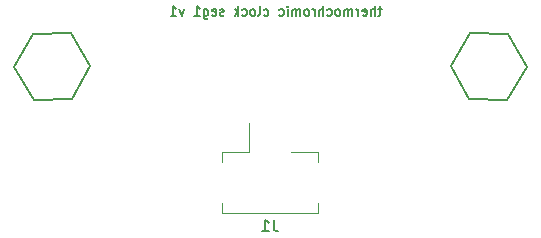
<source format=gbr>
G04 #@! TF.GenerationSoftware,KiCad,Pcbnew,(5.1.5)-3*
G04 #@! TF.CreationDate,2021-10-24T21:58:03+02:00*
G04 #@! TF.ProjectId,seg1,73656731-2e6b-4696-9361-645f70636258,1*
G04 #@! TF.SameCoordinates,Original*
G04 #@! TF.FileFunction,Legend,Bot*
G04 #@! TF.FilePolarity,Positive*
%FSLAX46Y46*%
G04 Gerber Fmt 4.6, Leading zero omitted, Abs format (unit mm)*
G04 Created by KiCad (PCBNEW (5.1.5)-3) date 2021-10-24 21:58:03*
%MOMM*%
%LPD*%
G04 APERTURE LIST*
%ADD10C,0.150000*%
%ADD11C,0.200000*%
%ADD12C,0.120000*%
%ADD13C,0.152400*%
%ADD14C,0.700000*%
G04 APERTURE END LIST*
D10*
X149966828Y-74987171D02*
X149662066Y-74987171D01*
X149852542Y-74720504D02*
X149852542Y-75406219D01*
X149814447Y-75482409D01*
X149738257Y-75520504D01*
X149662066Y-75520504D01*
X149395400Y-75520504D02*
X149395400Y-74720504D01*
X149052542Y-75520504D02*
X149052542Y-75101457D01*
X149090638Y-75025266D01*
X149166828Y-74987171D01*
X149281114Y-74987171D01*
X149357304Y-75025266D01*
X149395400Y-75063361D01*
X148366828Y-75482409D02*
X148443019Y-75520504D01*
X148595400Y-75520504D01*
X148671590Y-75482409D01*
X148709685Y-75406219D01*
X148709685Y-75101457D01*
X148671590Y-75025266D01*
X148595400Y-74987171D01*
X148443019Y-74987171D01*
X148366828Y-75025266D01*
X148328733Y-75101457D01*
X148328733Y-75177647D01*
X148709685Y-75253838D01*
X147985876Y-75520504D02*
X147985876Y-74987171D01*
X147985876Y-75139552D02*
X147947780Y-75063361D01*
X147909685Y-75025266D01*
X147833495Y-74987171D01*
X147757304Y-74987171D01*
X147490638Y-75520504D02*
X147490638Y-74987171D01*
X147490638Y-75063361D02*
X147452542Y-75025266D01*
X147376352Y-74987171D01*
X147262066Y-74987171D01*
X147185876Y-75025266D01*
X147147780Y-75101457D01*
X147147780Y-75520504D01*
X147147780Y-75101457D02*
X147109685Y-75025266D01*
X147033495Y-74987171D01*
X146919209Y-74987171D01*
X146843019Y-75025266D01*
X146804923Y-75101457D01*
X146804923Y-75520504D01*
X146309685Y-75520504D02*
X146385876Y-75482409D01*
X146423971Y-75444314D01*
X146462066Y-75368123D01*
X146462066Y-75139552D01*
X146423971Y-75063361D01*
X146385876Y-75025266D01*
X146309685Y-74987171D01*
X146195400Y-74987171D01*
X146119209Y-75025266D01*
X146081114Y-75063361D01*
X146043019Y-75139552D01*
X146043019Y-75368123D01*
X146081114Y-75444314D01*
X146119209Y-75482409D01*
X146195400Y-75520504D01*
X146309685Y-75520504D01*
X145357304Y-75482409D02*
X145433495Y-75520504D01*
X145585876Y-75520504D01*
X145662066Y-75482409D01*
X145700161Y-75444314D01*
X145738257Y-75368123D01*
X145738257Y-75139552D01*
X145700161Y-75063361D01*
X145662066Y-75025266D01*
X145585876Y-74987171D01*
X145433495Y-74987171D01*
X145357304Y-75025266D01*
X145014447Y-75520504D02*
X145014447Y-74720504D01*
X144671590Y-75520504D02*
X144671590Y-75101457D01*
X144709685Y-75025266D01*
X144785876Y-74987171D01*
X144900161Y-74987171D01*
X144976352Y-75025266D01*
X145014447Y-75063361D01*
X144290638Y-75520504D02*
X144290638Y-74987171D01*
X144290638Y-75139552D02*
X144252542Y-75063361D01*
X144214447Y-75025266D01*
X144138257Y-74987171D01*
X144062066Y-74987171D01*
X143681114Y-75520504D02*
X143757304Y-75482409D01*
X143795400Y-75444314D01*
X143833495Y-75368123D01*
X143833495Y-75139552D01*
X143795400Y-75063361D01*
X143757304Y-75025266D01*
X143681114Y-74987171D01*
X143566828Y-74987171D01*
X143490638Y-75025266D01*
X143452542Y-75063361D01*
X143414447Y-75139552D01*
X143414447Y-75368123D01*
X143452542Y-75444314D01*
X143490638Y-75482409D01*
X143566828Y-75520504D01*
X143681114Y-75520504D01*
X143071590Y-75520504D02*
X143071590Y-74987171D01*
X143071590Y-75063361D02*
X143033495Y-75025266D01*
X142957304Y-74987171D01*
X142843019Y-74987171D01*
X142766828Y-75025266D01*
X142728733Y-75101457D01*
X142728733Y-75520504D01*
X142728733Y-75101457D02*
X142690638Y-75025266D01*
X142614447Y-74987171D01*
X142500161Y-74987171D01*
X142423971Y-75025266D01*
X142385876Y-75101457D01*
X142385876Y-75520504D01*
X142004923Y-75520504D02*
X142004923Y-74987171D01*
X142004923Y-74720504D02*
X142043019Y-74758600D01*
X142004923Y-74796695D01*
X141966828Y-74758600D01*
X142004923Y-74720504D01*
X142004923Y-74796695D01*
X141281114Y-75482409D02*
X141357304Y-75520504D01*
X141509685Y-75520504D01*
X141585876Y-75482409D01*
X141623971Y-75444314D01*
X141662066Y-75368123D01*
X141662066Y-75139552D01*
X141623971Y-75063361D01*
X141585876Y-75025266D01*
X141509685Y-74987171D01*
X141357304Y-74987171D01*
X141281114Y-75025266D01*
X139985876Y-75482409D02*
X140062066Y-75520504D01*
X140214447Y-75520504D01*
X140290638Y-75482409D01*
X140328733Y-75444314D01*
X140366828Y-75368123D01*
X140366828Y-75139552D01*
X140328733Y-75063361D01*
X140290638Y-75025266D01*
X140214447Y-74987171D01*
X140062066Y-74987171D01*
X139985876Y-75025266D01*
X139528733Y-75520504D02*
X139604923Y-75482409D01*
X139643019Y-75406219D01*
X139643019Y-74720504D01*
X139109685Y-75520504D02*
X139185876Y-75482409D01*
X139223971Y-75444314D01*
X139262066Y-75368123D01*
X139262066Y-75139552D01*
X139223971Y-75063361D01*
X139185876Y-75025266D01*
X139109685Y-74987171D01*
X138995400Y-74987171D01*
X138919209Y-75025266D01*
X138881114Y-75063361D01*
X138843019Y-75139552D01*
X138843019Y-75368123D01*
X138881114Y-75444314D01*
X138919209Y-75482409D01*
X138995400Y-75520504D01*
X139109685Y-75520504D01*
X138157304Y-75482409D02*
X138233495Y-75520504D01*
X138385876Y-75520504D01*
X138462066Y-75482409D01*
X138500161Y-75444314D01*
X138538257Y-75368123D01*
X138538257Y-75139552D01*
X138500161Y-75063361D01*
X138462066Y-75025266D01*
X138385876Y-74987171D01*
X138233495Y-74987171D01*
X138157304Y-75025266D01*
X137814447Y-75520504D02*
X137814447Y-74720504D01*
X137738257Y-75215742D02*
X137509685Y-75520504D01*
X137509685Y-74987171D02*
X137814447Y-75291933D01*
X136595400Y-75482409D02*
X136519209Y-75520504D01*
X136366828Y-75520504D01*
X136290638Y-75482409D01*
X136252542Y-75406219D01*
X136252542Y-75368123D01*
X136290638Y-75291933D01*
X136366828Y-75253838D01*
X136481114Y-75253838D01*
X136557304Y-75215742D01*
X136595400Y-75139552D01*
X136595400Y-75101457D01*
X136557304Y-75025266D01*
X136481114Y-74987171D01*
X136366828Y-74987171D01*
X136290638Y-75025266D01*
X135604923Y-75482409D02*
X135681114Y-75520504D01*
X135833495Y-75520504D01*
X135909685Y-75482409D01*
X135947780Y-75406219D01*
X135947780Y-75101457D01*
X135909685Y-75025266D01*
X135833495Y-74987171D01*
X135681114Y-74987171D01*
X135604923Y-75025266D01*
X135566828Y-75101457D01*
X135566828Y-75177647D01*
X135947780Y-75253838D01*
X134881114Y-74987171D02*
X134881114Y-75634790D01*
X134919209Y-75710980D01*
X134957304Y-75749076D01*
X135033495Y-75787171D01*
X135147780Y-75787171D01*
X135223971Y-75749076D01*
X134881114Y-75482409D02*
X134957304Y-75520504D01*
X135109685Y-75520504D01*
X135185876Y-75482409D01*
X135223971Y-75444314D01*
X135262066Y-75368123D01*
X135262066Y-75139552D01*
X135223971Y-75063361D01*
X135185876Y-75025266D01*
X135109685Y-74987171D01*
X134957304Y-74987171D01*
X134881114Y-75025266D01*
X134081114Y-75520504D02*
X134538257Y-75520504D01*
X134309685Y-75520504D02*
X134309685Y-74720504D01*
X134385876Y-74834790D01*
X134462066Y-74910980D01*
X134538257Y-74949076D01*
X133204923Y-74987171D02*
X133014447Y-75520504D01*
X132823971Y-74987171D01*
X132100161Y-75520504D02*
X132557304Y-75520504D01*
X132328733Y-75520504D02*
X132328733Y-74720504D01*
X132404923Y-74834790D01*
X132481114Y-74910980D01*
X132557304Y-74949076D01*
D11*
X118837462Y-79889850D02*
X120490514Y-82668473D01*
X157381157Y-82626200D02*
X155801325Y-79805302D01*
X160614042Y-82668473D02*
X157381157Y-82626200D01*
X162267095Y-79889850D02*
X160614042Y-82668473D01*
X160687262Y-77068952D02*
X162267095Y-79889850D01*
X157454377Y-77026678D02*
X160687262Y-77068952D01*
X155801325Y-79805302D02*
X157454377Y-77026678D01*
X123650179Y-77026678D02*
X120417294Y-77068952D01*
X120417294Y-77068952D02*
X118837462Y-79889850D01*
X125303232Y-79805302D02*
X123650179Y-77026678D01*
X120490514Y-82668473D02*
X123723400Y-82626200D01*
X123723400Y-82626200D02*
X125303232Y-79805302D01*
D12*
X144585000Y-92260000D02*
X144585000Y-91410000D01*
X136415000Y-92260000D02*
X144585000Y-92260000D01*
X136415000Y-91410000D02*
X136415000Y-92260000D01*
X144585000Y-87040000D02*
X142260000Y-87040000D01*
X144585000Y-87890000D02*
X144585000Y-87040000D01*
X138740000Y-87040000D02*
X138740000Y-84650000D01*
X136415000Y-87040000D02*
X138740000Y-87040000D01*
X136415000Y-87890000D02*
X136415000Y-87040000D01*
D10*
X140833333Y-92802380D02*
X140833333Y-93516666D01*
X140880952Y-93659523D01*
X140976190Y-93754761D01*
X141119047Y-93802380D01*
X141214285Y-93802380D01*
X139833333Y-93802380D02*
X140404761Y-93802380D01*
X140119047Y-93802380D02*
X140119047Y-92802380D01*
X140214285Y-92945238D01*
X140309523Y-93040476D01*
X140404761Y-93088095D01*
%LPC*%
D13*
G36*
X144474504Y-88151204D02*
G01*
X144498773Y-88154804D01*
X144522571Y-88160765D01*
X144545671Y-88169030D01*
X144567849Y-88179520D01*
X144588893Y-88192133D01*
X144608598Y-88206747D01*
X144626777Y-88223223D01*
X144643253Y-88241402D01*
X144657867Y-88261107D01*
X144670480Y-88282151D01*
X144680970Y-88304329D01*
X144689235Y-88327429D01*
X144695196Y-88351227D01*
X144698796Y-88375496D01*
X144700000Y-88400000D01*
X144700000Y-90900000D01*
X144698796Y-90924504D01*
X144695196Y-90948773D01*
X144689235Y-90972571D01*
X144680970Y-90995671D01*
X144670480Y-91017849D01*
X144657867Y-91038893D01*
X144643253Y-91058598D01*
X144626777Y-91076777D01*
X144608598Y-91093253D01*
X144588893Y-91107867D01*
X144567849Y-91120480D01*
X144545671Y-91130970D01*
X144522571Y-91139235D01*
X144498773Y-91145196D01*
X144474504Y-91148796D01*
X144450000Y-91150000D01*
X143350000Y-91150000D01*
X143325496Y-91148796D01*
X143301227Y-91145196D01*
X143277429Y-91139235D01*
X143254329Y-91130970D01*
X143232151Y-91120480D01*
X143211107Y-91107867D01*
X143191402Y-91093253D01*
X143173223Y-91076777D01*
X143156747Y-91058598D01*
X143142133Y-91038893D01*
X143129520Y-91017849D01*
X143119030Y-90995671D01*
X143110765Y-90972571D01*
X143104804Y-90948773D01*
X143101204Y-90924504D01*
X143100000Y-90900000D01*
X143100000Y-88400000D01*
X143101204Y-88375496D01*
X143104804Y-88351227D01*
X143110765Y-88327429D01*
X143119030Y-88304329D01*
X143129520Y-88282151D01*
X143142133Y-88261107D01*
X143156747Y-88241402D01*
X143173223Y-88223223D01*
X143191402Y-88206747D01*
X143211107Y-88192133D01*
X143232151Y-88179520D01*
X143254329Y-88169030D01*
X143277429Y-88160765D01*
X143301227Y-88154804D01*
X143325496Y-88151204D01*
X143350000Y-88150000D01*
X144450000Y-88150000D01*
X144474504Y-88151204D01*
G37*
G36*
X137674504Y-88151204D02*
G01*
X137698773Y-88154804D01*
X137722571Y-88160765D01*
X137745671Y-88169030D01*
X137767849Y-88179520D01*
X137788893Y-88192133D01*
X137808598Y-88206747D01*
X137826777Y-88223223D01*
X137843253Y-88241402D01*
X137857867Y-88261107D01*
X137870480Y-88282151D01*
X137880970Y-88304329D01*
X137889235Y-88327429D01*
X137895196Y-88351227D01*
X137898796Y-88375496D01*
X137900000Y-88400000D01*
X137900000Y-90900000D01*
X137898796Y-90924504D01*
X137895196Y-90948773D01*
X137889235Y-90972571D01*
X137880970Y-90995671D01*
X137870480Y-91017849D01*
X137857867Y-91038893D01*
X137843253Y-91058598D01*
X137826777Y-91076777D01*
X137808598Y-91093253D01*
X137788893Y-91107867D01*
X137767849Y-91120480D01*
X137745671Y-91130970D01*
X137722571Y-91139235D01*
X137698773Y-91145196D01*
X137674504Y-91148796D01*
X137650000Y-91150000D01*
X136550000Y-91150000D01*
X136525496Y-91148796D01*
X136501227Y-91145196D01*
X136477429Y-91139235D01*
X136454329Y-91130970D01*
X136432151Y-91120480D01*
X136411107Y-91107867D01*
X136391402Y-91093253D01*
X136373223Y-91076777D01*
X136356747Y-91058598D01*
X136342133Y-91038893D01*
X136329520Y-91017849D01*
X136319030Y-90995671D01*
X136310765Y-90972571D01*
X136304804Y-90948773D01*
X136301204Y-90924504D01*
X136300000Y-90900000D01*
X136300000Y-88400000D01*
X136301204Y-88375496D01*
X136304804Y-88351227D01*
X136310765Y-88327429D01*
X136319030Y-88304329D01*
X136329520Y-88282151D01*
X136342133Y-88261107D01*
X136356747Y-88241402D01*
X136373223Y-88223223D01*
X136391402Y-88206747D01*
X136411107Y-88192133D01*
X136432151Y-88179520D01*
X136454329Y-88169030D01*
X136477429Y-88160765D01*
X136501227Y-88154804D01*
X136525496Y-88151204D01*
X136550000Y-88150000D01*
X137650000Y-88150000D01*
X137674504Y-88151204D01*
G37*
G36*
X141774504Y-84651204D02*
G01*
X141798773Y-84654804D01*
X141822571Y-84660765D01*
X141845671Y-84669030D01*
X141867849Y-84679520D01*
X141888893Y-84692133D01*
X141908598Y-84706747D01*
X141926777Y-84723223D01*
X141943253Y-84741402D01*
X141957867Y-84761107D01*
X141970480Y-84782151D01*
X141980970Y-84804329D01*
X141989235Y-84827429D01*
X141995196Y-84851227D01*
X141998796Y-84875496D01*
X142000000Y-84900000D01*
X142000000Y-89900000D01*
X141998796Y-89924504D01*
X141995196Y-89948773D01*
X141989235Y-89972571D01*
X141980970Y-89995671D01*
X141970480Y-90017849D01*
X141957867Y-90038893D01*
X141943253Y-90058598D01*
X141926777Y-90076777D01*
X141908598Y-90093253D01*
X141888893Y-90107867D01*
X141867849Y-90120480D01*
X141845671Y-90130970D01*
X141822571Y-90139235D01*
X141798773Y-90145196D01*
X141774504Y-90148796D01*
X141750000Y-90150000D01*
X141250000Y-90150000D01*
X141225496Y-90148796D01*
X141201227Y-90145196D01*
X141177429Y-90139235D01*
X141154329Y-90130970D01*
X141132151Y-90120480D01*
X141111107Y-90107867D01*
X141091402Y-90093253D01*
X141073223Y-90076777D01*
X141056747Y-90058598D01*
X141042133Y-90038893D01*
X141029520Y-90017849D01*
X141019030Y-89995671D01*
X141010765Y-89972571D01*
X141004804Y-89948773D01*
X141001204Y-89924504D01*
X141000000Y-89900000D01*
X141000000Y-84900000D01*
X141001204Y-84875496D01*
X141004804Y-84851227D01*
X141010765Y-84827429D01*
X141019030Y-84804329D01*
X141029520Y-84782151D01*
X141042133Y-84761107D01*
X141056747Y-84741402D01*
X141073223Y-84723223D01*
X141091402Y-84706747D01*
X141111107Y-84692133D01*
X141132151Y-84679520D01*
X141154329Y-84669030D01*
X141177429Y-84660765D01*
X141201227Y-84654804D01*
X141225496Y-84651204D01*
X141250000Y-84650000D01*
X141750000Y-84650000D01*
X141774504Y-84651204D01*
G37*
G36*
X139774504Y-84651204D02*
G01*
X139798773Y-84654804D01*
X139822571Y-84660765D01*
X139845671Y-84669030D01*
X139867849Y-84679520D01*
X139888893Y-84692133D01*
X139908598Y-84706747D01*
X139926777Y-84723223D01*
X139943253Y-84741402D01*
X139957867Y-84761107D01*
X139970480Y-84782151D01*
X139980970Y-84804329D01*
X139989235Y-84827429D01*
X139995196Y-84851227D01*
X139998796Y-84875496D01*
X140000000Y-84900000D01*
X140000000Y-89900000D01*
X139998796Y-89924504D01*
X139995196Y-89948773D01*
X139989235Y-89972571D01*
X139980970Y-89995671D01*
X139970480Y-90017849D01*
X139957867Y-90038893D01*
X139943253Y-90058598D01*
X139926777Y-90076777D01*
X139908598Y-90093253D01*
X139888893Y-90107867D01*
X139867849Y-90120480D01*
X139845671Y-90130970D01*
X139822571Y-90139235D01*
X139798773Y-90145196D01*
X139774504Y-90148796D01*
X139750000Y-90150000D01*
X139250000Y-90150000D01*
X139225496Y-90148796D01*
X139201227Y-90145196D01*
X139177429Y-90139235D01*
X139154329Y-90130970D01*
X139132151Y-90120480D01*
X139111107Y-90107867D01*
X139091402Y-90093253D01*
X139073223Y-90076777D01*
X139056747Y-90058598D01*
X139042133Y-90038893D01*
X139029520Y-90017849D01*
X139019030Y-89995671D01*
X139010765Y-89972571D01*
X139004804Y-89948773D01*
X139001204Y-89924504D01*
X139000000Y-89900000D01*
X139000000Y-84900000D01*
X139001204Y-84875496D01*
X139004804Y-84851227D01*
X139010765Y-84827429D01*
X139019030Y-84804329D01*
X139029520Y-84782151D01*
X139042133Y-84761107D01*
X139056747Y-84741402D01*
X139073223Y-84723223D01*
X139091402Y-84706747D01*
X139111107Y-84692133D01*
X139132151Y-84679520D01*
X139154329Y-84669030D01*
X139177429Y-84660765D01*
X139201227Y-84654804D01*
X139225496Y-84651204D01*
X139250000Y-84650000D01*
X139750000Y-84650000D01*
X139774504Y-84651204D01*
G37*
D14*
X113063866Y-79973715D03*
X168105102Y-79926437D03*
M02*

</source>
